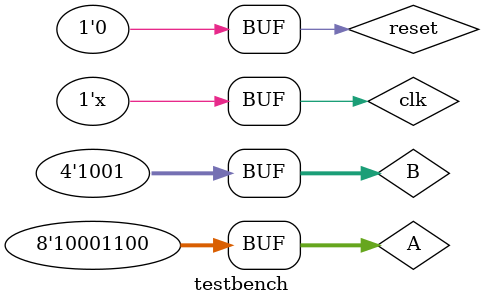
<source format=v>
`timescale 1 ns / 100 ps

module testbench();
    parameter T =10;
    parameter wA=8;
    parameter wB=4;
    reg [(wA-1):0] A= 8'h8c;
    reg [(wB-1):0] B= 4'b1001;
    wire [(wA-1):0] Q_gen;
    wire [(wB-1):0] R_gen;
    //wire [3:0] Q_sim, R_sim;
    wire DONE_gen;
    //wire DONE_sim;
    reg clk;
    reg reset;
    wire [(2*wA-1):0] RA; 


    initial begin
        {reset, clk} = 2'b0;
        #(21*T/2) reset = 1;
        #(T/2) reset = 0;
    end 
     
    always #(T/2) clk = ~clk;
    
    general_divider #(.WIDTH_A(wA), .WIDTH_B(wB)) SD (.clk(clk),.reset(reset), 
                                                      .A(A), .B(B),
                                                      .Q(Q_gen), .R(R_gen), 
                                                      .done(DONE_gen), .ra(RA)
                                                  );
    //simple_divider SSD (clk, A, B, Q_sim, R_sim, DONE_sim);


        

                
endmodule

</source>
